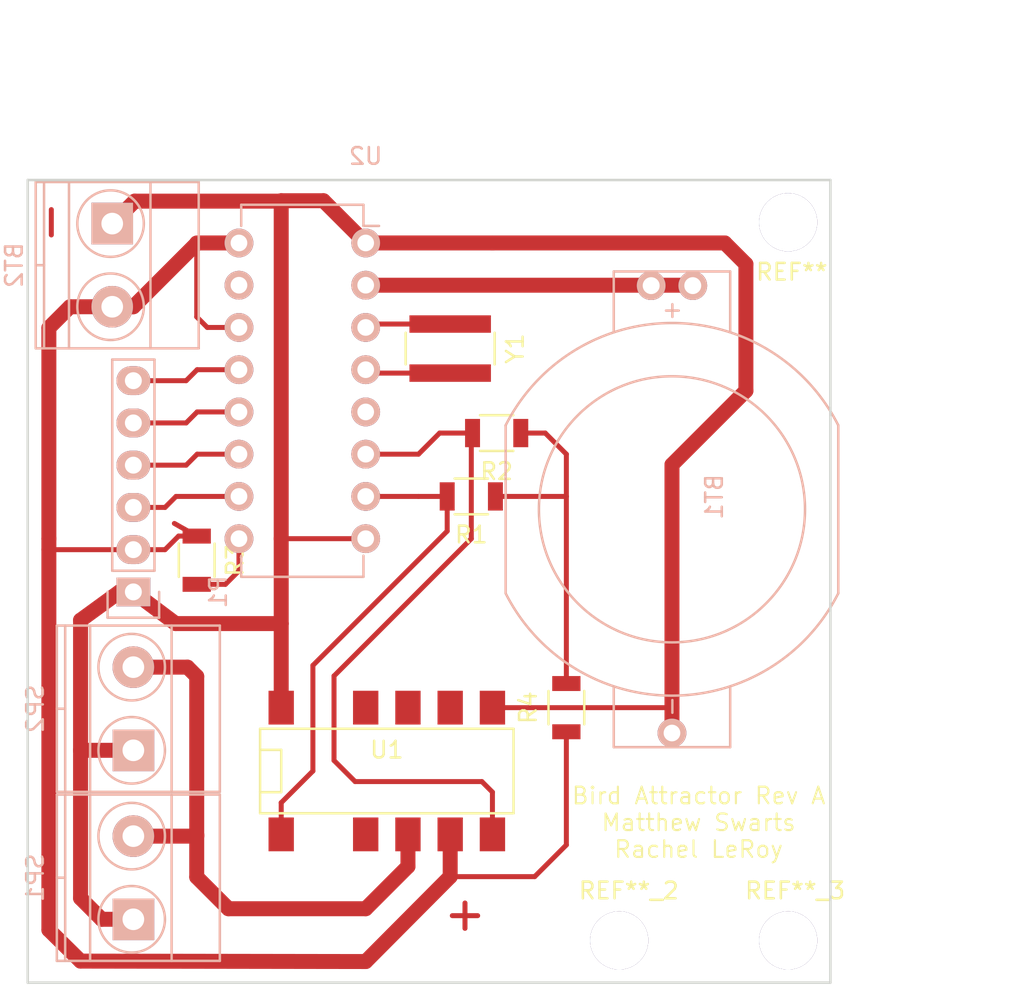
<source format=kicad_pcb>

(kicad_pcb
  (version 4)
  (host pcbnew 4.0.1-stable)
  (general
    (links 31)
    (no_connects 0)
    (area 137.084999 73.35 201.04 132.875)
    (thickness 1.6)
    (drawings 9)
    (tracks 109)
    (zones 0)
    (modules 15)
    (nets 21))
  (page USLetter)
  (title_block
    (title "Bird Attractor")
    (date 2016-01-30)
    (rev A)
    (company "MITTO DESIGN LLC")
    (comment 1 "Matthew Swarts")
    (comment 2 "Rachel LeRoy"))
  (layers
    (0 F.Cu signal)
    (31 B.Cu signal)
    (32 B.Adhes user)
    (33 F.Adhes user)
    (34 B.Paste user)
    (35 F.Paste user)
    (36 B.SilkS user)
    (37 F.SilkS user)
    (38 B.Mask user)
    (39 F.Mask user)
    (40 Dwgs.User user)
    (41 Cmts.User user)
    (42 Eco1.User user)
    (43 Eco2.User user)
    (44 Edge.Cuts user)
    (45 Margin user)
    (46 B.CrtYd user)
    (47 F.CrtYd user)
    (48 B.Fab user)
    (49 F.Fab user))
  (setup
    (last_trace_width 0.3)
    (user_trace_width 0.6)
    (user_trace_width 0.9)
    (trace_clearance 0.8)
    (zone_clearance 0.508)
    (zone_45_only no)
    (trace_min 0.2)
    (segment_width 0.2)
    (edge_width 0.15)
    (via_size 0.6)
    (via_drill 0.4)
    (via_min_size 0.4)
    (via_min_drill 0.3)
    (uvia_size 0.3)
    (uvia_drill 0.1)
    (uvias_allowed no)
    (uvia_min_size 0.2)
    (uvia_min_drill 0.1)
    (pcb_text_width 0.3)
    (pcb_text_size 1.5 1.5)
    (mod_edge_width 0.15)
    (mod_text_size 1 1)
    (mod_text_width 0.15)
    (pad_size 1.7272 1.7272)
    (pad_drill 1.016)
    (pad_to_mask_clearance 0.2)
    (aux_axis_origin 0 0)
    (visible_elements 7FFFFFFF)
    (pcbplotparams
      (layerselection 0x01020_00000001)
      (usegerberextensions false)
      (excludeedgelayer true)
      (linewidth 0.1)
      (plotframeref false)
      (viasonmask false)
      (mode 1)
      (useauxorigin false)
      (hpglpennumber 1)
      (hpglpenspeed 20)
      (hpglpendiameter 15)
      (hpglpenoverlay 2)
      (psnegative false)
      (psa4output false)
      (plotreference true)
      (plotvalue true)
      (plotinvisibletext false)
      (padsonsilk false)
      (subtractmaskfromsilk false)
      (outputformat 1)
      (mirror false)
      (drillshape 0)
      (scaleselection 1)
      (outputdirectory gerbers/)))
  (net 0 "")
  (net 1 GND)
  (net 2 "Net-(BT1-Pad1)")
  (net 3 +5V)
  (net 4 "Net-(P1-Pad3)")
  (net 5 "Net-(P1-Pad4)")
  (net 6 "Net-(P1-Pad5)")
  (net 7 "Net-(P1-Pad6)")
  (net 8 "Net-(R1-Pad2)")
  (net 9 "Net-(R2-Pad2)")
  (net 10 "Net-(R3-Pad2)")
  (net 11 LOAD)
  (net 12 "Net-(U1-Pad9)")
  (net 13 "Net-(U1-Pad8)")
  (net 14 "Net-(U1-Pad3)")
  (net 15 "Net-(U1-Pad10)")
  (net 16 "Net-(U2-Pad3)")
  (net 17 "Net-(U2-Pad4)")
  (net 18 "Net-(U2-Pad5)")
  (net 19 "Net-(U2-Pad15)")
  (net 20 "Net-(R1-Pad1)")
  (net_class Default "This is the default net class."
    (clearance 0.8)
    (trace_width 0.3)
    (via_dia 0.6)
    (via_drill 0.4)
    (uvia_dia 0.3)
    (uvia_drill 0.1)
    (add_net +5V)
    (add_net GND)
    (add_net LOAD)
    (add_net "Net-(BT1-Pad1)")
    (add_net "Net-(P1-Pad3)")
    (add_net "Net-(P1-Pad4)")
    (add_net "Net-(P1-Pad5)")
    (add_net "Net-(P1-Pad6)")
    (add_net "Net-(R1-Pad1)")
    (add_net "Net-(R1-Pad2)")
    (add_net "Net-(R2-Pad2)")
    (add_net "Net-(R3-Pad2)")
    (add_net "Net-(U1-Pad10)")
    (add_net "Net-(U1-Pad3)")
    (add_net "Net-(U1-Pad8)")
    (add_net "Net-(U1-Pad9)")
    (add_net "Net-(U2-Pad15)")
    (add_net "Net-(U2-Pad3)")
    (add_net "Net-(U2-Pad4)")
    (add_net "Net-(U2-Pad5)"))
  (module Socket_Strips:Socket_Strip_Straight_1x06
    (layer B.Cu)
    (tedit 56B0D677)
    (tstamp 56B93F19)
    (at 143.51 108.585 90)
    (descr "Through hole socket strip")
    (tags "socket strip")
    (path /56AD5E19)
    (fp_text reference P1
      (at 0 5.1 90)
      (layer B.SilkS)
      (effects
        (font
          (size 1 1)
          (thickness 0.15))
        (justify mirror)))
    (fp_text value CONN_01X06
      (at 0 3.1 90)
      (layer B.Fab)
      (effects
        (font
          (size 1 1)
          (thickness 0.15))
        (justify mirror)))
    (fp_line
      (start -1.75 1.75)
      (end -1.75 -1.75)
      (layer B.CrtYd)
      (width 0.05))
    (fp_line
      (start 14.45 1.75)
      (end 14.45 -1.75)
      (layer B.CrtYd)
      (width 0.05))
    (fp_line
      (start -1.75 1.75)
      (end 14.45 1.75)
      (layer B.CrtYd)
      (width 0.05))
    (fp_line
      (start -1.75 -1.75)
      (end 14.45 -1.75)
      (layer B.CrtYd)
      (width 0.05))
    (fp_line
      (start 1.27 -1.27)
      (end 13.97 -1.27)
      (layer B.SilkS)
      (width 0.15))
    (fp_line
      (start 13.97 -1.27)
      (end 13.97 1.27)
      (layer B.SilkS)
      (width 0.15))
    (fp_line
      (start 13.97 1.27)
      (end 1.27 1.27)
      (layer B.SilkS)
      (width 0.15))
    (fp_line
      (start -1.55 -1.55)
      (end 0 -1.55)
      (layer B.SilkS)
      (width 0.15))
    (fp_line
      (start 1.27 -1.27)
      (end 1.27 1.27)
      (layer B.SilkS)
      (width 0.15))
    (fp_line
      (start 0 1.55)
      (end -1.55 1.55)
      (layer B.SilkS)
      (width 0.15))
    (fp_line
      (start -1.55 1.55)
      (end -1.55 -1.55)
      (layer B.SilkS)
      (width 0.15))
    (pad 1 thru_hole rect
      (at 0 0 90)
      (size 1.7272 2.032)
      (drill 1.016)
      (layers *.Cu *.Mask B.SilkS)
      (net 1 GND))
    (pad 2 thru_hole oval
      (at 2.54 0 90)
      (size 1.7272 2.032)
      (drill 1.016)
      (layers *.Cu *.Mask B.SilkS)
      (net 3 +5V))
    (pad 3 thru_hole oval
      (at 5.08 0 90)
      (size 1.7272 2.032)
      (drill 1.016)
      (layers *.Cu *.Mask B.SilkS)
      (net 4 "Net-(P1-Pad3)"))
    (pad 4 thru_hole oval
      (at 7.62 0 90)
      (size 1.7272 2.032)
      (drill 1.016)
      (layers *.Cu *.Mask B.SilkS)
      (net 5 "Net-(P1-Pad4)"))
    (pad 5 thru_hole oval
      (at 10.16 0 90)
      (size 1.7272 2.032)
      (drill 1.016)
      (layers *.Cu *.Mask B.SilkS)
      (net 6 "Net-(P1-Pad5)"))
    (pad 6 thru_hole oval
      (at 12.7 0 90)
      (size 1.7272 2.032)
      (drill 1.016)
      (layers *.Cu *.Mask B.SilkS)
      (net 7 "Net-(P1-Pad6)"))
    (model Socket_Strips.3dshapes/Socket_Strip_Straight_1x06.wrl
      (at
        (xyz 0.25 0 0))
      (scale
        (xyz 1 1 1))
      (rotate
        (xyz 0 0 180))))
  (module Resistors_SMD:R_1206
    (layer F.Cu)
    (tedit 5415CFA7)
    (tstamp 56B93F25)
    (at 163.83 102.8446 180)
    (descr "Resistor SMD 1206, reflow soldering, Vishay (see dcrcw.pdf)")
    (tags "resistor 1206")
    (path /56ABEC73)
    (attr smd)
    (fp_text reference R1
      (at 0 -2.3 180)
      (layer F.SilkS)
      (effects
        (font
          (size 1 1)
          (thickness 0.15))))
    (fp_text value 1K
      (at 0 2.3 180)
      (layer F.Fab)
      (effects
        (font
          (size 1 1)
          (thickness 0.15))))
    (fp_line
      (start -2.2 -1.2)
      (end 2.2 -1.2)
      (layer F.CrtYd)
      (width 0.05))
    (fp_line
      (start -2.2 1.2)
      (end 2.2 1.2)
      (layer F.CrtYd)
      (width 0.05))
    (fp_line
      (start -2.2 -1.2)
      (end -2.2 1.2)
      (layer F.CrtYd)
      (width 0.05))
    (fp_line
      (start 2.2 -1.2)
      (end 2.2 1.2)
      (layer F.CrtYd)
      (width 0.05))
    (fp_line
      (start 1 1.075)
      (end -1 1.075)
      (layer F.SilkS)
      (width 0.15))
    (fp_line
      (start -1 -1.075)
      (end 1 -1.075)
      (layer F.SilkS)
      (width 0.15))
    (pad 1 smd rect
      (at -1.45 0 180)
      (size 0.9 1.7)
      (layers F.Cu F.Paste F.Mask)
      (net 20 "Net-(R1-Pad1)"))
    (pad 2 smd rect
      (at 1.45 0 180)
      (size 0.9 1.7)
      (layers F.Cu F.Paste F.Mask)
      (net 8 "Net-(R1-Pad2)"))
    (model Resistors_SMD.3dshapes/R_1206.wrl
      (at
        (xyz 0 0 0))
      (scale
        (xyz 1 1 1))
      (rotate
        (xyz 0 0 0))))
  (module Resistors_SMD:R_1206
    (layer F.Cu)
    (tedit 5415CFA7)
    (tstamp 56B93F31)
    (at 165.354 99.0346 180)
    (descr "Resistor SMD 1206, reflow soldering, Vishay (see dcrcw.pdf)")
    (tags "resistor 1206")
    (path /56ABECC2)
    (attr smd)
    (fp_text reference R2
      (at 0 -2.3 180)
      (layer F.SilkS)
      (effects
        (font
          (size 1 1)
          (thickness 0.15))))
    (fp_text value 1K
      (at 0 2.3 180)
      (layer F.Fab)
      (effects
        (font
          (size 1 1)
          (thickness 0.15))))
    (fp_line
      (start -2.2 -1.2)
      (end 2.2 -1.2)
      (layer F.CrtYd)
      (width 0.05))
    (fp_line
      (start -2.2 1.2)
      (end 2.2 1.2)
      (layer F.CrtYd)
      (width 0.05))
    (fp_line
      (start -2.2 -1.2)
      (end -2.2 1.2)
      (layer F.CrtYd)
      (width 0.05))
    (fp_line
      (start 2.2 -1.2)
      (end 2.2 1.2)
      (layer F.CrtYd)
      (width 0.05))
    (fp_line
      (start 1 1.075)
      (end -1 1.075)
      (layer F.SilkS)
      (width 0.15))
    (fp_line
      (start -1 -1.075)
      (end 1 -1.075)
      (layer F.SilkS)
      (width 0.15))
    (pad 1 smd rect
      (at -1.45 0 180)
      (size 0.9 1.7)
      (layers F.Cu F.Paste F.Mask)
      (net 20 "Net-(R1-Pad1)"))
    (pad 2 smd rect
      (at 1.45 0 180)
      (size 0.9 1.7)
      (layers F.Cu F.Paste F.Mask)
      (net 9 "Net-(R2-Pad2)"))
    (model Resistors_SMD.3dshapes/R_1206.wrl
      (at
        (xyz 0 0 0))
      (scale
        (xyz 1 1 1))
      (rotate
        (xyz 0 0 0))))
  (module Resistors_SMD:R_1206
    (layer F.Cu)
    (tedit 5415CFA7)
    (tstamp 56B93F3D)
    (at 147.32 106.68 270)
    (descr "Resistor SMD 1206, reflow soldering, Vishay (see dcrcw.pdf)")
    (tags "resistor 1206")
    (path /56AD5A39)
    (attr smd)
    (fp_text reference R3
      (at 0 -2.3 270)
      (layer F.SilkS)
      (effects
        (font
          (size 1 1)
          (thickness 0.15))))
    (fp_text value 1K
      (at 0 2.3 270)
      (layer F.Fab)
      (effects
        (font
          (size 1 1)
          (thickness 0.15))))
    (fp_line
      (start -2.2 -1.2)
      (end 2.2 -1.2)
      (layer F.CrtYd)
      (width 0.05))
    (fp_line
      (start -2.2 1.2)
      (end 2.2 1.2)
      (layer F.CrtYd)
      (width 0.05))
    (fp_line
      (start -2.2 -1.2)
      (end -2.2 1.2)
      (layer F.CrtYd)
      (width 0.05))
    (fp_line
      (start 2.2 -1.2)
      (end 2.2 1.2)
      (layer F.CrtYd)
      (width 0.05))
    (fp_line
      (start 1 1.075)
      (end -1 1.075)
      (layer F.SilkS)
      (width 0.15))
    (fp_line
      (start -1 -1.075)
      (end 1 -1.075)
      (layer F.SilkS)
      (width 0.15))
    (pad 1 smd rect
      (at -1.45 0 270)
      (size 0.9 1.7)
      (layers F.Cu F.Paste F.Mask)
      (net 3 +5V))
    (pad 2 smd rect
      (at 1.45 0 270)
      (size 0.9 1.7)
      (layers F.Cu F.Paste F.Mask)
      (net 10 "Net-(R3-Pad2)"))
    (model Resistors_SMD.3dshapes/R_1206.wrl
      (at
        (xyz 0 0 0))
      (scale
        (xyz 1 1 1))
      (rotate
        (xyz 0 0 0))))
  (module MyKiCadParts:DIP-12-SMD
    (layer F.Cu)
    (tedit 56AD2EFA)
    (tstamp 56B93F7A)
    (at 152.4 123.1646)
    (tags "smd ")
    (path /56AD22E7)
    (attr smd)
    (fp_text reference U1
      (at 6.35 -5.08)
      (layer F.SilkS)
      (effects
        (font
          (size 1 1)
          (thickness 0.15))))
    (fp_text value PR_Relay_V23079
      (at 6.35 -2.54)
      (layer F.Fab)
      (effects
        (font
          (size 1 1)
          (thickness 0.15))))
    (fp_line
      (start -1.27 -6.35)
      (end 13.97 -6.35)
      (layer F.SilkS)
      (width 0.15))
    (fp_line
      (start 13.97 -6.35)
      (end 13.97 -1.27)
      (layer F.SilkS)
      (width 0.15))
    (fp_line
      (start 13.97 -1.27)
      (end -1.27 -1.27)
      (layer F.SilkS)
      (width 0.15))
    (fp_line
      (start -1.27 -6.35)
      (end -1.27 -1.27)
      (layer F.SilkS)
      (width 0.15))
    (fp_line
      (start -1.27 -5.08)
      (end 0 -5.08)
      (layer F.SilkS)
      (width 0.15))
    (fp_line
      (start 0 -5.08)
      (end 0 -2.54)
      (layer F.SilkS)
      (width 0.15))
    (fp_line
      (start 0 -2.54)
      (end -1.27 -2.54)
      (layer F.SilkS)
      (width 0.15))
    (pad 9 smd rect
      (at 7.62 -7.62)
      (size 1.524 2.032)
      (layers F.Cu F.Paste F.Mask)
      (net 12 "Net-(U1-Pad9)"))
    (pad 8 smd rect
      (at 10.16 -7.62)
      (size 1.524 2.032)
      (layers F.Cu F.Paste F.Mask)
      (net 13 "Net-(U1-Pad8)"))
    (pad 7 smd rect
      (at 12.7 -7.62)
      (size 1.524 2.032)
      (layers F.Cu F.Paste F.Mask)
      (net 1 GND))
    (pad 6 smd rect
      (at 12.7 0)
      (size 1.524 2.032)
      (layers F.Cu F.Paste F.Mask)
      (net 9 "Net-(R2-Pad2)"))
    (pad 5 smd rect
      (at 10.16 0)
      (size 1.524 2.032)
      (layers F.Cu F.Paste F.Mask)
      (net 3 +5V))
    (pad 4 smd rect
      (at 7.62 0)
      (size 1.524 2.032)
      (layers F.Cu F.Paste F.Mask)
      (net 11 LOAD))
    (pad 1 smd rect
      (at 0 0)
      (size 1.524 2.032)
      (layers F.Cu F.Paste F.Mask)
      (net 8 "Net-(R1-Pad2)"))
    (pad 3 smd rect
      (at 5.08 0)
      (size 1.524 2.032)
      (layers F.Cu F.Paste F.Mask)
      (net 14 "Net-(U1-Pad3)"))
    (pad 10 smd rect
      (at 5.08 -7.62)
      (size 1.524 2.032)
      (layers F.Cu F.Paste F.Mask)
      (net 15 "Net-(U1-Pad10)"))
    (pad 12 smd rect
      (at 0 -7.62)
      (size 1.524 2.032)
      (layers F.Cu F.Paste F.Mask)
      (net 1 GND)))
  (module Housings_DIP:DIP-16_W7.62mm
    (layer B.Cu)
    (tedit 56B0D72C)
    (tstamp 56B93F99)
    (at 157.48 87.6046 180)
    (descr "16-lead dip package, row spacing 7.62 mm (300 mils)")
    (tags "dil dip 2.54 300")
    (path /56AD14B5)
    (fp_text reference U2
      (at 0 5.22 180)
      (layer B.SilkS)
      (effects
        (font
          (size 1 1)
          (thickness 0.15))
        (justify mirror)))
    (fp_text value DS1305
      (at 0 3.72 180)
      (layer B.Fab)
      (effects
        (font
          (size 1 1)
          (thickness 0.15))
        (justify mirror)))
    (fp_line
      (start -1.05 2.45)
      (end -1.05 -20.25)
      (layer B.CrtYd)
      (width 0.05))
    (fp_line
      (start 8.65 2.45)
      (end 8.65 -20.25)
      (layer B.CrtYd)
      (width 0.05))
    (fp_line
      (start -1.05 2.45)
      (end 8.65 2.45)
      (layer B.CrtYd)
      (width 0.05))
    (fp_line
      (start -1.05 -20.25)
      (end 8.65 -20.25)
      (layer B.CrtYd)
      (width 0.05))
    (fp_line
      (start 0.135 2.295)
      (end 0.135 1.025)
      (layer B.SilkS)
      (width 0.15))
    (fp_line
      (start 7.485 2.295)
      (end 7.485 1.025)
      (layer B.SilkS)
      (width 0.15))
    (fp_line
      (start 7.485 -20.075)
      (end 7.485 -18.805)
      (layer B.SilkS)
      (width 0.15))
    (fp_line
      (start 0.135 -20.075)
      (end 0.135 -18.805)
      (layer B.SilkS)
      (width 0.15))
    (fp_line
      (start 0.135 2.295)
      (end 7.485 2.295)
      (layer B.SilkS)
      (width 0.15))
    (fp_line
      (start 0.135 -20.075)
      (end 7.485 -20.075)
      (layer B.SilkS)
      (width 0.15))
    (fp_line
      (start 0.135 1.025)
      (end -0.8 1.025)
      (layer B.SilkS)
      (width 0.15))
    (pad 1 thru_hole oval
      (at 0 0 180)
      (size 1.7272 1.7272)
      (drill 1)
      (layers *.Cu *.Mask B.SilkS)
      (net 1 GND))
    (pad 2 thru_hole oval
      (at 0 -2.54 180)
      (size 1.7272 1.7272)
      (drill 1)
      (layers *.Cu *.Mask B.SilkS)
      (net 2 "Net-(BT1-Pad1)"))
    (pad 3 thru_hole oval
      (at 0 -5.08 180)
      (size 1.7272 1.7272)
      (drill 1)
      (layers *.Cu *.Mask B.SilkS)
      (net 16 "Net-(U2-Pad3)"))
    (pad 4 thru_hole oval
      (at 0 -7.62 180)
      (size 1.7272 1.7272)
      (drill 1)
      (layers *.Cu *.Mask B.SilkS)
      (net 17 "Net-(U2-Pad4)"))
    (pad 5 thru_hole oval
      (at 0 -10.16 180)
      (size 1.7272 1.7272)
      (drill 1)
      (layers *.Cu *.Mask B.SilkS)
      (net 18 "Net-(U2-Pad5)"))
    (pad 6 thru_hole oval
      (at 0 -12.7 180)
      (size 1.7272 1.7272)
      (drill 1)
      (layers *.Cu *.Mask B.SilkS)
      (net 9 "Net-(R2-Pad2)"))
    (pad 7 thru_hole oval
      (at 0 -15.24 180)
      (size 1.7272 1.7272)
      (drill 1)
      (layers *.Cu *.Mask B.SilkS)
      (net 8 "Net-(R1-Pad2)"))
    (pad 8 thru_hole oval
      (at 0 -17.78 180)
      (size 1.7272 1.7272)
      (drill 1)
      (layers *.Cu *.Mask B.SilkS)
      (net 1 GND))
    (pad 9 thru_hole oval
      (at 7.62 -17.78 180)
      (size 1.7272 1.7272)
      (drill 1)
      (layers *.Cu *.Mask B.SilkS)
      (net 10 "Net-(R3-Pad2)"))
    (pad 10 thru_hole oval
      (at 7.62 -15.24 180)
      (size 1.7272 1.7272)
      (drill 1)
      (layers *.Cu *.Mask B.SilkS)
      (net 4 "Net-(P1-Pad3)"))
    (pad 11 thru_hole oval
      (at 7.62 -12.7 180)
      (size 1.7272 1.7272)
      (drill 1)
      (layers *.Cu *.Mask B.SilkS)
      (net 5 "Net-(P1-Pad4)"))
    (pad 12 thru_hole oval
      (at 7.62 -10.16 180)
      (size 1.7272 1.7272)
      (drill 1)
      (layers *.Cu *.Mask B.SilkS)
      (net 6 "Net-(P1-Pad5)"))
    (pad 13 thru_hole oval
      (at 7.62 -7.62 180)
      (size 1.7272 1.7272)
      (drill 1)
      (layers *.Cu *.Mask B.SilkS)
      (net 7 "Net-(P1-Pad6)"))
    (pad 14 thru_hole oval
      (at 7.62 -5.08 180)
      (size 1.7272 1.7272)
      (drill 1)
      (layers *.Cu *.Mask B.SilkS)
      (net 3 +5V))
    (pad 15 thru_hole oval
      (at 7.62 -2.54 180)
      (size 1.7272 1.7272)
      (drill 1)
      (layers *.Cu *.Mask B.SilkS)
      (net 19 "Net-(U2-Pad15)"))
    (pad 16 thru_hole oval
      (at 7.62 0 180)
      (size 1.7272 1.7272)
      (drill 1)
      (layers *.Cu *.Mask B.SilkS)
      (net 3 +5V))
    (model Housings_DIP.3dshapes/DIP-16_W7.62mm.wrl
      (at
        (xyz 0 0 0))
      (scale
        (xyz 1 1 1))
      (rotate
        (xyz 0 0 0))))
  (module Resistors_SMD:R_1218
    (layer F.Cu)
    (tedit 5415D273)
    (tstamp 56B93FA5)
    (at 162.56 93.9546 270)
    (descr "Resistor SMD 1218, reflow soldering, Vishay (see dcrcw.pdf)")
    (tags "resistor 1218")
    (path /56ABECF7)
    (attr smd)
    (fp_text reference Y1
      (at 0 -3.9 270)
      (layer F.SilkS)
      (effects
        (font
          (size 1 1)
          (thickness 0.15))))
    (fp_text value Crystal_Small
      (at 0 3.9 270)
      (layer F.Fab)
      (effects
        (font
          (size 1 1)
          (thickness 0.15))))
    (fp_line
      (start -2.3 -2.8)
      (end 2.3 -2.8)
      (layer F.CrtYd)
      (width 0.05))
    (fp_line
      (start -2.3 2.8)
      (end 2.3 2.8)
      (layer F.CrtYd)
      (width 0.05))
    (fp_line
      (start -2.3 -2.8)
      (end -2.3 2.8)
      (layer F.CrtYd)
      (width 0.05))
    (fp_line
      (start 2.3 -2.8)
      (end 2.3 2.8)
      (layer F.CrtYd)
      (width 0.05))
    (fp_line
      (start 0.95 2.675)
      (end -0.95 2.675)
      (layer F.SilkS)
      (width 0.15))
    (fp_line
      (start -0.95 -2.675)
      (end 0.95 -2.675)
      (layer F.SilkS)
      (width 0.15))
    (pad 1 smd rect
      (at -1.475 0 270)
      (size 1.05 4.9)
      (layers F.Cu F.Paste F.Mask)
      (net 16 "Net-(U2-Pad3)"))
    (pad 2 smd rect
      (at 1.475 0 270)
      (size 1.05 4.9)
      (layers F.Cu F.Paste F.Mask)
      (net 17 "Net-(U2-Pad4)"))
    (model Resistors_SMD.3dshapes/R_1218.wrl
      (at
        (xyz 0 0 0))
      (scale
        (xyz 1 1 1))
      (rotate
        (xyz 0 0 0))))
  (module Resistors_SMD:R_1206
    (layer F.Cu)
    (tedit 5415CFA7)
    (tstamp 56BB0A48)
    (at 169.545 115.5446 90)
    (descr "Resistor SMD 1206, reflow soldering, Vishay (see dcrcw.pdf)")
    (tags "resistor 1206")
    (path /56AD833E)
    (attr smd)
    (fp_text reference R4
      (at 0 -2.3 90)
      (layer F.SilkS)
      (effects
        (font
          (size 1 1)
          (thickness 0.15))))
    (fp_text value 0
      (at 0 2.3 90)
      (layer F.Fab)
      (effects
        (font
          (size 1 1)
          (thickness 0.15))))
    (fp_line
      (start -2.2 -1.2)
      (end 2.2 -1.2)
      (layer F.CrtYd)
      (width 0.05))
    (fp_line
      (start -2.2 1.2)
      (end 2.2 1.2)
      (layer F.CrtYd)
      (width 0.05))
    (fp_line
      (start -2.2 -1.2)
      (end -2.2 1.2)
      (layer F.CrtYd)
      (width 0.05))
    (fp_line
      (start 2.2 -1.2)
      (end 2.2 1.2)
      (layer F.CrtYd)
      (width 0.05))
    (fp_line
      (start 1 1.075)
      (end -1 1.075)
      (layer F.SilkS)
      (width 0.15))
    (fp_line
      (start -1 -1.075)
      (end 1 -1.075)
      (layer F.SilkS)
      (width 0.15))
    (pad 1 smd rect
      (at -1.45 0 90)
      (size 0.9 1.7)
      (layers F.Cu F.Paste F.Mask)
      (net 3 +5V))
    (pad 2 smd rect
      (at 1.45 0 90)
      (size 0.9 1.7)
      (layers F.Cu F.Paste F.Mask)
      (net 20 "Net-(R1-Pad1)"))
    (model Resistors_SMD.3dshapes/R_1206.wrl
      (at
        (xyz 0 0 0))
      (scale
        (xyz 1 1 1))
      (rotate
        (xyz 0 0 0))))
  (module MyKiCadParts:BU2032-1-HD-G
    (layer B.Cu)
    (tedit 56B0D772)
    (tstamp 56B93EF1)
    (at 175.895 90.17 270)
    (tags "coin cell, battery holder")
    (path /56ABED42)
    (fp_text reference BT1
      (at 12.7 -2.54 270)
      (layer B.SilkS)
      (effects
        (font
          (size 1 1)
          (thickness 0.15))
        (justify mirror)))
    (fp_text value "3V Battery"
      (at 12.7 2.54 270)
      (layer B.Fab)
      (effects
        (font
          (size 1 1)
          (thickness 0.15))
        (justify mirror)))
    (fp_text user -
      (at 25.3 0.05 270)
      (layer B.SilkS)
      (effects
        (font
          (size 1 1)
          (thickness 0.15))
        (justify mirror)))
    (fp_text user +
      (at 1.5 0.05 270)
      (layer B.SilkS)
      (effects
        (font
          (size 1 1)
          (thickness 0.15))
        (justify mirror)))
    (fp_line
      (start -0.85 -3.5)
      (end 2.8 -3.5)
      (layer B.SilkS)
      (width 0.15))
    (fp_line
      (start -0.85 3.5)
      (end 2.8 3.5)
      (layer B.SilkS)
      (width 0.15))
    (fp_line
      (start 27.75 -3.5)
      (end 24.1 -3.5)
      (layer B.SilkS)
      (width 0.15))
    (fp_line
      (start 27.75 3.5)
      (end 24.1 3.5)
      (layer B.SilkS)
      (width 0.15))
    (fp_line
      (start 18.5 10)
      (end 8.4 10)
      (layer B.SilkS)
      (width 0.15))
    (fp_line
      (start 18.5 -10)
      (end 8.4 -10)
      (layer B.SilkS)
      (width 0.15))
    (fp_line
      (start 27.75 3.5)
      (end 27.75 -3.5)
      (layer B.SilkS)
      (width 0.15))
    (fp_line
      (start -0.85 -3.5)
      (end -0.85 3.5)
      (layer B.SilkS)
      (width 0.15))
    (fp_arc
      (start 13.45 0)
      (end 8.4 -10)
      (angle -126.5)
      (layer B.SilkS)
      (width 0.15))
    (fp_arc
      (start 13.45 0)
      (end 18.5 10)
      (angle -126.5)
      (layer B.SilkS)
      (width 0.15))
    (fp_circle
      (center 13.45 0)
      (end 21.45 0)
      (layer B.SilkS)
      (width 0.15))
    (pad 2 thru_hole circle
      (at 26.9 0 270)
      (size 1.7272 1.7272)
      (drill 1)
      (layers *.Cu *.Mask B.SilkS)
      (net 1 GND))
    (pad 1 thru_hole circle
      (at 0 1.25 270)
      (size 1.7272 1.7272)
      (drill 1.016)
      (layers *.Cu *.Mask B.SilkS)
      (net 2 "Net-(BT1-Pad1)"))
    (pad 1 thru_hole oval
      (at 0 -1.25 270)
      (size 1.7272 1.7272)
      (drill 1.016)
      (layers *.Cu *.Mask B.SilkS)
      (net 2 "Net-(BT1-Pad1)")))
  (module MyKiCadParts:MountingHole_3-2mm_Dia
    (layer F.Cu)
    (tedit 56AD6723)
    (tstamp 56BE91A9)
    (at 182.88 129.54)
    (descr "Mounting hole, Befestigungsbohrung, 3,5mm, No Annular, Kein Restring,")
    (tags "Mounting hole, Befestigungsbohrung, 3,5mm, No Annular, Kein Restring,")
    (fp_text reference REF**_3
      (at 0.42 -2.99)
      (layer F.SilkS)
      (effects
        (font
          (size 1 1)
          (thickness 0.15))))
    (fp_text value 3.2mm_Dia
      (at -0.98 1.71)
      (layer F.Fab)
      (effects
        (font
          (size 1 1)
          (thickness 0.15))))
    (fp_circle
      (center 0 0)
      (end 1.6 0)
      (layer Cmts.User)
      (width 0.381))
    (pad 1 thru_hole circle
      (at 0 0)
      (size 3.5 3.5)
      (drill 3.5)))
  (module MyKiCadParts:MountingHole_3-2mm_Dia
    (layer F.Cu)
    (tedit 56AD6720)
    (tstamp 56BE91B4)
    (at 172.72 129.54)
    (descr "Mounting hole, Befestigungsbohrung, 3,5mm, No Annular, Kein Restring,")
    (tags "Mounting hole, Befestigungsbohrung, 3,5mm, No Annular, Kein Restring,")
    (fp_text reference REF**_2
      (at 0.58 -2.99)
      (layer F.SilkS)
      (effects
        (font
          (size 1 1)
          (thickness 0.15))))
    (fp_text value 3.2mm_Dia
      (at -0.77 1.76)
      (layer F.Fab)
      (effects
        (font
          (size 1 1)
          (thickness 0.15))))
    (fp_circle
      (center 0 0)
      (end 1.6 0)
      (layer Cmts.User)
      (width 0.381))
    (pad 1 thru_hole circle
      (at 0 0)
      (size 3.5 3.5)
      (drill 3.5)))
  (module MyKiCadParts:MountingHole_3-2mm_Dia
    (layer F.Cu)
    (tedit 56AD6729)
    (tstamp 56BE91BF)
    (at 182.88 86.36)
    (descr "Mounting hole, Befestigungsbohrung, 3,5mm, No Annular, Kein Restring,")
    (tags "Mounting hole, Befestigungsbohrung, 3,5mm, No Annular, Kein Restring,")
    (fp_text reference REF**
      (at 0.22 2.99)
      (layer F.SilkS)
      (effects
        (font
          (size 1 1)
          (thickness 0.15))))
    (fp_text value 3.2mm_Dia
      (at -6.43 -0.31)
      (layer F.Fab)
      (effects
        (font
          (size 1 1)
          (thickness 0.15))))
    (fp_circle
      (center 0 0)
      (end 1.6 0)
      (layer Cmts.User)
      (width 0.381))
    (pad 1 thru_hole circle
      (at 0 0)
      (size 3.5 3.5)
      (drill 3.5)))
  (module Terminal_Blocks:TerminalBlock_Pheonix_MKDS1.5-2pol
    (layer B.Cu)
    (tedit 5630070000.0)
    (tstamp 56B93F63)
    (at 143.51 118.11 90)
    (descr "2-way 5mm pitch terminal block, Phoenix MKDS series")
    (path /56AD6B8E)
    (fp_text reference SP2
      (at 2.5 -5.9 90)
      (layer B.SilkS)
      (effects
        (font
          (size 1 1)
          (thickness 0.15))
        (justify mirror)))
    (fp_text value SPEAKER
      (at 2.5 6.6 90)
      (layer B.Fab)
      (effects
        (font
          (size 1 1)
          (thickness 0.15))
        (justify mirror)))
    (fp_line
      (start -2.7 5.4)
      (end 7.7 5.4)
      (layer B.CrtYd)
      (width 0.05))
    (fp_line
      (start -2.7 -4.8)
      (end -2.7 5.4)
      (layer B.CrtYd)
      (width 0.05))
    (fp_line
      (start 7.7 -4.8)
      (end -2.7 -4.8)
      (layer B.CrtYd)
      (width 0.05))
    (fp_line
      (start 7.7 5.4)
      (end 7.7 -4.8)
      (layer B.CrtYd)
      (width 0.05))
    (fp_line
      (start 2.5 -4.1)
      (end 2.5 -4.6)
      (layer B.SilkS)
      (width 0.15))
    (fp_line
      (start -2.5 -2.6)
      (end 7.5 -2.6)
      (layer B.SilkS)
      (width 0.15))
    (fp_line
      (start -2.5 2.3)
      (end 7.5 2.3)
      (layer B.SilkS)
      (width 0.15))
    (fp_line
      (start -2.5 -4.1)
      (end 7.5 -4.1)
      (layer B.SilkS)
      (width 0.15))
    (fp_line
      (start -2.5 -4.6)
      (end 7.5 -4.6)
      (layer B.SilkS)
      (width 0.15))
    (fp_line
      (start 7.5 -4.6)
      (end 7.5 5.2)
      (layer B.SilkS)
      (width 0.15))
    (fp_line
      (start 7.5 5.2)
      (end -2.5 5.2)
      (layer B.SilkS)
      (width 0.15))
    (fp_line
      (start -2.5 5.2)
      (end -2.5 -4.6)
      (layer B.SilkS)
      (width 0.15))
    (fp_circle
      (center 5 -0.1)
      (end 3 -0.1)
      (layer B.SilkS)
      (width 0.15))
    (fp_circle
      (center 0 -0.1)
      (end 2 -0.1)
      (layer B.SilkS)
      (width 0.15))
    (pad 1 thru_hole rect
      (at 0 0 90)
      (size 2.5 2.5)
      (drill 1.3)
      (layers *.Cu *.Mask B.SilkS)
      (net 1 GND))
    (pad 2 thru_hole circle
      (at 5 0 90)
      (size 2.5 2.5)
      (drill 1.3)
      (layers *.Cu *.Mask B.SilkS)
      (net 11 LOAD))
    (model Terminal_Blocks.3dshapes/TerminalBlock_Pheonix_MKDS1.5-2pol.wrl
      (at
        (xyz 0.0984 0 0))
      (scale
        (xyz 1 1 1))
      (rotate
        (xyz 0 0 0))))
  (module Terminal_Blocks:TerminalBlock_Pheonix_MKDS1.5-2pol
    (layer B.Cu)
    (tedit 5630070000.0)
    (tstamp 56B93F50)
    (at 143.51 128.27 90)
    (descr "2-way 5mm pitch terminal block, Phoenix MKDS series")
    (path /56AD4AF9)
    (fp_text reference SP1
      (at 2.5 -5.9 90)
      (layer B.SilkS)
      (effects
        (font
          (size 1 1)
          (thickness 0.15))
        (justify mirror)))
    (fp_text value SPEAKER
      (at 2.5 6.6 90)
      (layer B.Fab)
      (effects
        (font
          (size 1 1)
          (thickness 0.15))
        (justify mirror)))
    (fp_line
      (start -2.7 5.4)
      (end 7.7 5.4)
      (layer B.CrtYd)
      (width 0.05))
    (fp_line
      (start -2.7 -4.8)
      (end -2.7 5.4)
      (layer B.CrtYd)
      (width 0.05))
    (fp_line
      (start 7.7 -4.8)
      (end -2.7 -4.8)
      (layer B.CrtYd)
      (width 0.05))
    (fp_line
      (start 7.7 5.4)
      (end 7.7 -4.8)
      (layer B.CrtYd)
      (width 0.05))
    (fp_line
      (start 2.5 -4.1)
      (end 2.5 -4.6)
      (layer B.SilkS)
      (width 0.15))
    (fp_line
      (start -2.5 -2.6)
      (end 7.5 -2.6)
      (layer B.SilkS)
      (width 0.15))
    (fp_line
      (start -2.5 2.3)
      (end 7.5 2.3)
      (layer B.SilkS)
      (width 0.15))
    (fp_line
      (start -2.5 -4.1)
      (end 7.5 -4.1)
      (layer B.SilkS)
      (width 0.15))
    (fp_line
      (start -2.5 -4.6)
      (end 7.5 -4.6)
      (layer B.SilkS)
      (width 0.15))
    (fp_line
      (start 7.5 -4.6)
      (end 7.5 5.2)
      (layer B.SilkS)
      (width 0.15))
    (fp_line
      (start 7.5 5.2)
      (end -2.5 5.2)
      (layer B.SilkS)
      (width 0.15))
    (fp_line
      (start -2.5 5.2)
      (end -2.5 -4.6)
      (layer B.SilkS)
      (width 0.15))
    (fp_circle
      (center 5 -0.1)
      (end 3 -0.1)
      (layer B.SilkS)
      (width 0.15))
    (fp_circle
      (center 0 -0.1)
      (end 2 -0.1)
      (layer B.SilkS)
      (width 0.15))
    (pad 1 thru_hole rect
      (at 0 0 90)
      (size 2.5 2.5)
      (drill 1.3)
      (layers *.Cu *.Mask B.SilkS)
      (net 1 GND))
    (pad 2 thru_hole circle
      (at 5 0 90)
      (size 2.5 2.5)
      (drill 1.3)
      (layers *.Cu *.Mask B.SilkS)
      (net 11 LOAD))
    (model Terminal_Blocks.3dshapes/TerminalBlock_Pheonix_MKDS1.5-2pol.wrl
      (at
        (xyz 0.0984 0 0))
      (scale
        (xyz 1 1 1))
      (rotate
        (xyz 0 0 0))))
  (module Terminal_Blocks:TerminalBlock_Pheonix_MKDS1.5-2pol
    (layer B.Cu)
    (tedit 56B0D657)
    (tstamp 56B93F04)
    (at 142.24 91.44 90)
    (descr "2-way 5mm pitch terminal block, Phoenix MKDS series")
    (path /56AD4ABE)
    (fp_text reference BT2
      (at 2.5 -5.9 90)
      (layer B.SilkS)
      (effects
        (font
          (size 1 1)
          (thickness 0.15))
        (justify mirror)))
    (fp_text value "5V Battery"
      (at 2.5 6.6 90)
      (layer B.Fab)
      (effects
        (font
          (size 1 1)
          (thickness 0.15))
        (justify mirror)))
    (fp_line
      (start -2.7 5.4)
      (end 7.7 5.4)
      (layer B.CrtYd)
      (width 0.05))
    (fp_line
      (start -2.7 -4.8)
      (end -2.7 5.4)
      (layer B.CrtYd)
      (width 0.05))
    (fp_line
      (start 7.7 -4.8)
      (end -2.7 -4.8)
      (layer B.CrtYd)
      (width 0.05))
    (fp_line
      (start 7.7 5.4)
      (end 7.7 -4.8)
      (layer B.CrtYd)
      (width 0.05))
    (fp_line
      (start 2.5 -4.1)
      (end 2.5 -4.6)
      (layer B.SilkS)
      (width 0.15))
    (fp_line
      (start -2.5 -2.6)
      (end 7.5 -2.6)
      (layer B.SilkS)
      (width 0.15))
    (fp_line
      (start -2.5 2.3)
      (end 7.5 2.3)
      (layer B.SilkS)
      (width 0.15))
    (fp_line
      (start -2.5 -4.1)
      (end 7.5 -4.1)
      (layer B.SilkS)
      (width 0.15))
    (fp_line
      (start -2.5 -4.6)
      (end 7.5 -4.6)
      (layer B.SilkS)
      (width 0.15))
    (fp_line
      (start 7.5 -4.6)
      (end 7.5 5.2)
      (layer B.SilkS)
      (width 0.15))
    (fp_line
      (start 7.5 5.2)
      (end -2.5 5.2)
      (layer B.SilkS)
      (width 0.15))
    (fp_line
      (start -2.5 5.2)
      (end -2.5 -4.6)
      (layer B.SilkS)
      (width 0.15))
    (fp_circle
      (center 5 -0.1)
      (end 3 -0.1)
      (layer B.SilkS)
      (width 0.15))
    (fp_circle
      (center 0 -0.1)
      (end 2 -0.1)
      (layer B.SilkS)
      (width 0.15))
    (pad 1 thru_hole oval
      (at 0 0 90)
      (size 2.5 2.5)
      (drill 1.3)
      (layers *.Cu *.Mask B.SilkS)
      (net 3 +5V))
    (pad 2 thru_hole rect
      (at 5 0 90)
      (size 2.5 2.5)
      (drill 1.3)
      (layers *.Cu *.Mask B.SilkS)
      (net 1 GND))
    (model Terminal_Blocks.3dshapes/TerminalBlock_Pheonix_MKDS1.5-2pol.wrl
      (at
        (xyz 0.0984 0 0))
      (scale
        (xyz 1 1 1))
      (rotate
        (xyz 0 0 0))))
  (dimension 48.26
    (width 0.3)
    (layer Cmts.User)
    (gr_text "48.260 mm"
      (at 161.29 74.85)
      (layer Cmts.User)
      (effects
        (font
          (size 1.5 1.5)
          (thickness 0.3))))
    (feature1
      (pts
        (xy 185.42 83.82)
        (xy 185.42 73.5)))
    (feature2
      (pts
        (xy 137.16 83.82)
        (xy 137.16 73.5)))
    (crossbar
      (pts
        (xy 137.16 76.2)
        (xy 185.42 76.2)))
    (arrow1a
      (pts
        (xy 185.42 76.2)
        (xy 184.293496 76.786421)))
    (arrow1b
      (pts
        (xy 185.42 76.2)
        (xy 184.293496 75.613579)))
    (arrow2a
      (pts
        (xy 137.16 76.2)
        (xy 138.286504 76.786421)))
    (arrow2b
      (pts
        (xy 137.16 76.2)
        (xy 138.286504 75.613579))))
  (dimension 48.26
    (width 0.3)
    (layer Cmts.User)
    (gr_text "48.260 mm"
      (at 194.39 107.95 270)
      (layer Cmts.User)
      (effects
        (font
          (size 1.5 1.5)
          (thickness 0.3))))
    (feature1
      (pts
        (xy 185.42 132.08)
        (xy 195.74 132.08)))
    (feature2
      (pts
        (xy 185.42 83.82)
        (xy 195.74 83.82)))
    (crossbar
      (pts
        (xy 193.04 83.82)
        (xy 193.04 132.08)))
    (arrow1a
      (pts
        (xy 193.04 132.08)
        (xy 192.453579 130.953496)))
    (arrow1b
      (pts
        (xy 193.04 132.08)
        (xy 193.626421 130.953496)))
    (arrow2a
      (pts
        (xy 193.04 83.82)
        (xy 192.453579 84.946504)))
    (arrow2b
      (pts
        (xy 193.04 83.82)
        (xy 193.626421 84.946504))))
  (gr_text +
    (at 163.45 127.9046)
    (layer F.Cu)
    (effects
      (font
        (size 2 2)
        (thickness 0.3))))
  (gr_text "Bird Attractor Rev A\nMatthew Swarts\nRachel LeRoy"
    (at 177.5 122.45)
    (layer F.SilkS)
    (effects
      (font
        (size 1 1)
        (thickness 0.125))))
  (gr_text -
    (at 138.43 86.36 90)
    (layer F.Cu)
    (effects
      (font
        (size 2 2)
        (thickness 0.3))))
  (gr_line
    (start 137.16 83.82)
    (end 185.42 83.82)
    (angle 90)
    (layer Edge.Cuts)
    (width 0.15))
  (gr_line
    (start 137.16 132.08)
    (end 185.42 132.08)
    (angle 90)
    (layer Edge.Cuts)
    (width 0.15))
  (gr_line
    (start 185.42 83.82)
    (end 185.42 132.08)
    (angle 90)
    (layer Edge.Cuts)
    (width 0.15))
  (gr_line
    (start 137.16 83.82)
    (end 137.16 132.08)
    (angle 90)
    (layer Edge.Cuts)
    (width 0.15))
  (segment
    (start 143.51 108.585)
    (end 146.05 110.49)
    (width 0.9)
    (layer F.Cu)
    (net 1)
    (status 10))
  (segment
    (start 146.05 110.49)
    (end 152.4 110.49)
    (width 0.9)
    (layer F.Cu)
    (net 1)
    (tstamp 56BB545F))
  (segment
    (start 143.51 118.11)
    (end 140.335 118.11)
    (width 0.9)
    (layer F.Cu)
    (net 1))
  (segment
    (start 143.51 108.585)
    (end 142.670002 108.585)
    (width 0.9)
    (layer F.Cu)
    (net 1)
    (status 30))
  (segment
    (start 142.670002 108.585)
    (end 140.335 110.285002)
    (width 0.9)
    (layer F.Cu)
    (net 1)
    (tstamp 56BB5454)
    (status 10))
  (segment
    (start 140.335 110.285002)
    (end 140.335 118.11)
    (width 0.9)
    (layer F.Cu)
    (net 1)
    (tstamp 56BB5455))
  (segment
    (start 140.335 118.11)
    (end 140.335 127)
    (width 0.9)
    (layer F.Cu)
    (net 1)
    (tstamp 56BB545C))
  (segment
    (start 140.335 127)
    (end 141.605 128.27)
    (width 0.9)
    (layer F.Cu)
    (net 1)
    (tstamp 56BB5456))
  (segment
    (start 141.605 128.27)
    (end 143.51 128.27)
    (width 0.9)
    (layer F.Cu)
    (net 1)
    (tstamp 56BB5457))
  (segment
    (start 152.4 85.09)
    (end 143.59 85.09)
    (width 0.9)
    (layer F.Cu)
    (net 1))
  (segment
    (start 143.59 85.09)
    (end 142.24 86.44)
    (width 0.9)
    (layer F.Cu)
    (net 1)
    (tstamp 56BB5435))
  (segment
    (start 165.1 115.5446)
    (end 175.895 115.5446)
    (width 0.3)
    (layer F.Cu)
    (net 1))
  (segment
    (start 152.4 115.5446)
    (end 152.4 110.49)
    (width 0.9)
    (layer F.Cu)
    (net 1))
  (segment
    (start 152.4 110.49)
    (end 152.4 105.3846)
    (width 0.9)
    (layer F.Cu)
    (net 1)
    (tstamp 56BB5462))
  (segment
    (start 175.895 117.0446)
    (end 175.895 115.5446)
    (width 0.9)
    (layer F.Cu)
    (net 1))
  (segment
    (start 175.895 115.5446)
    (end 175.895 114.9096)
    (width 0.9)
    (layer F.Cu)
    (net 1)
    (tstamp 56BCD192))
  (segment
    (start 175.895 114.9096)
    (end 175.895 100.9396)
    (width 0.9)
    (layer F.Cu)
    (net 1)
    (tstamp 56BCD0A5))
  (segment
    (start 165.1 87.6046)
    (end 157.48 87.6046)
    (width 0.9)
    (layer F.Cu)
    (net 1))
  (segment
    (start 179.07 87.6046)
    (end 165.1 87.6046)
    (width 0.9)
    (layer F.Cu)
    (net 1)
    (tstamp 56BCD0A0))
  (segment
    (start 180.34 88.8746)
    (end 179.07 87.6046)
    (width 0.9)
    (layer F.Cu)
    (net 1)
    (tstamp 56BCD09F))
  (segment
    (start 180.34 96.4946)
    (end 180.34 88.8746)
    (width 0.9)
    (layer F.Cu)
    (net 1)
    (tstamp 56BCD09D))
  (segment
    (start 175.895 100.9396)
    (end 180.34 96.4946)
    (width 0.9)
    (layer F.Cu)
    (net 1)
    (tstamp 56BCD09B))
  (segment
    (start 157.48 105.3846)
    (end 152.4 105.3846)
    (width 0.3)
    (layer F.Cu)
    (net 1))
  (segment
    (start 152.4 105.3846)
    (end 152.4 85.09)
    (width 0.9)
    (layer F.Cu)
    (net 1)
    (tstamp 56B94728))
  (segment
    (start 152.4 85.09)
    (end 152.4 85.0646)
    (width 0.9)
    (layer F.Cu)
    (net 1)
    (tstamp 56BB5433))
  (segment
    (start 152.4 85.0646)
    (end 154.94 85.0646)
    (width 0.9)
    (layer F.Cu)
    (net 1)
    (tstamp 56B9470D))
  (segment
    (start 154.94 85.0646)
    (end 157.48 87.6046)
    (width 0.9)
    (layer F.Cu)
    (net 1)
    (tstamp 56B943A5))
  (segment
    (start 174.645 90.1446)
    (end 177.145 90.1446)
    (width 0.9)
    (layer F.Cu)
    (net 2)
    (status 30))
  (segment
    (start 157.48 90.1446)
    (end 174.645 90.1446)
    (width 0.9)
    (layer F.Cu)
    (net 2)
    (status 20))
  (segment
    (start 143.51 106.045)
    (end 138.43 106.045)
    (width 0.3)
    (layer F.Cu)
    (net 3))
  (segment
    (start 143.51 106.045)
    (end 145.415 106.045)
    (width 0.3)
    (layer F.Cu)
    (net 3))
  (segment
    (start 146.23 105.23)
    (end 147.32 105.23)
    (width 0.3)
    (layer F.Cu)
    (net 3)
    (tstamp 56BB54B2))
  (segment
    (start 145.415 106.045)
    (end 146.23 105.23)
    (width 0.3)
    (layer F.Cu)
    (net 3)
    (tstamp 56BB54B1))
  (segment
    (start 142.24 91.44)
    (end 139.7 91.44)
    (width 0.9)
    (layer F.Cu)
    (net 3))
  (segment
    (start 138.43 92.71)
    (end 138.43 105.3846)
    (width 0.9)
    (layer F.Cu)
    (net 3)
    (tstamp 56BB543E))
  (segment
    (start 139.7 91.44)
    (end 138.43 92.71)
    (width 0.9)
    (layer F.Cu)
    (net 3)
    (tstamp 56BB543D))
  (segment
    (start 147.32 87.63)
    (end 143.51 91.44)
    (width 0.9)
    (layer F.Cu)
    (net 3))
  (segment
    (start 143.51 91.44)
    (end 142.24 91.44)
    (width 0.9)
    (layer F.Cu)
    (net 3)
    (tstamp 56BB543A))
  (segment
    (start 145.976 104.468)
    (end 147.32 105.23)
    (width 0.3)
    (layer F.Cu)
    (net 3)
    (tstamp 56BB5417)
    (status 20))
  (segment
    (start 162.56 125.7046)
    (end 167.64 125.7046)
    (width 0.3)
    (layer F.Cu)
    (net 3))
  (segment
    (start 169.545 123.7996)
    (end 169.545 116.9946)
    (width 0.3)
    (layer F.Cu)
    (net 3)
    (tstamp 56BCD196))
  (segment
    (start 167.64 125.7046)
    (end 169.545 123.7996)
    (width 0.3)
    (layer F.Cu)
    (net 3)
    (tstamp 56BCD194))
  (segment
    (start 162.56 123.1646)
    (end 162.56 125.7046)
    (width 0.9)
    (layer F.Cu)
    (net 3))
  (segment
    (start 140.335 130.7846)
    (end 157.48 130.81)
    (width 0.9)
    (layer F.Cu)
    (net 3))
  (segment
    (start 140.335 130.7846)
    (end 138.43 128.905)
    (width 0.9)
    (layer F.Cu)
    (net 3)
    (tstamp 56B9458B))
  (segment
    (start 138.43 106.045)
    (end 138.43 128.905)
    (width 0.9)
    (layer F.Cu)
    (net 3)
    (tstamp 56BB54B7))
  (segment
    (start 157.48 130.81)
    (end 162.56 125.7046)
    (width 0.9)
    (layer F.Cu)
    (net 3)
    (tstamp 56B9474D))
  (segment
    (start 138.43 105.3846)
    (end 138.43 106.045)
    (width 0.9)
    (layer F.Cu)
    (net 3)
    (tstamp 56B9458C))
  (segment
    (start 147.32 87.6046)
    (end 147.32 87.63)
    (width 0.3)
    (layer F.Cu)
    (net 3))
  (segment
    (start 147.32 87.63)
    (end 147.32 92.0496)
    (width 0.3)
    (layer F.Cu)
    (net 3)
    (tstamp 56BB5438))
  (segment
    (start 147.955 92.6846)
    (end 149.86 92.6846)
    (width 0.3)
    (layer F.Cu)
    (net 3)
    (tstamp 56B94706))
  (segment
    (start 147.32 92.0496)
    (end 147.955 92.6846)
    (width 0.3)
    (layer F.Cu)
    (net 3)
    (tstamp 56B94705))
  (segment
    (start 138.43 105.3846)
    (end 138.557 105.3846)
    (width 0.3)
    (layer F.Cu)
    (net 3)
    (tstamp 56B946F3))
  (segment
    (start 138.557 105.3846)
    (end 138.43 105.3846)
    (width 0.3)
    (layer F.Cu)
    (net 3)
    (tstamp 56B946F5))
  (segment
    (start 147.32 87.6046)
    (end 149.86 87.6046)
    (width 0.9)
    (layer F.Cu)
    (net 3)
    (tstamp 56B94703))
  (segment
    (start 143.51 103.505)
    (end 145.415 103.505)
    (width 0.3)
    (layer F.Cu)
    (net 4)
    (status 400000))
  (segment
    (start 146.0754 102.8446)
    (end 149.86 102.8446)
    (width 0.3)
    (layer F.Cu)
    (net 4)
    (tstamp 56BB54D1)
    (status 800000))
  (segment
    (start 145.415 103.505)
    (end 146.0754 102.8446)
    (width 0.3)
    (layer F.Cu)
    (net 4)
    (tstamp 56BB54D0))
  (segment
    (start 149.86 100.3046)
    (end 147.3454 100.3046)
    (width 0.3)
    (layer F.Cu)
    (net 5)
    (status 400000))
  (segment
    (start 146.685 100.965)
    (end 143.51 100.965)
    (width 0.3)
    (layer F.Cu)
    (net 5)
    (tstamp 56BB54C9)
    (status 800000))
  (segment
    (start 147.3454 100.3046)
    (end 146.685 100.965)
    (width 0.3)
    (layer F.Cu)
    (net 5)
    (tstamp 56BB54C8))
  (segment
    (start 149.86 97.7646)
    (end 147.3454 97.7646)
    (width 0.3)
    (layer F.Cu)
    (net 6)
    (status 400000))
  (segment
    (start 146.685 98.425)
    (end 143.51 98.425)
    (width 0.3)
    (layer F.Cu)
    (net 6)
    (tstamp 56BB54C5)
    (status 800000))
  (segment
    (start 147.3454 97.7646)
    (end 146.685 98.425)
    (width 0.3)
    (layer F.Cu)
    (net 6)
    (tstamp 56BB54C4))
  (segment
    (start 149.86 95.2246)
    (end 147.3454 95.2246)
    (width 0.3)
    (layer F.Cu)
    (net 7)
    (status 400000))
  (segment
    (start 146.685 95.885)
    (end 143.51 95.885)
    (width 0.3)
    (layer F.Cu)
    (net 7)
    (tstamp 56BB54C1)
    (status 800000))
  (segment
    (start 147.3454 95.2246)
    (end 146.685 95.885)
    (width 0.3)
    (layer F.Cu)
    (net 7)
    (tstamp 56BB54C0))
  (segment
    (start 162.38 102.8446)
    (end 162.38 104.9296)
    (width 0.3)
    (layer F.Cu)
    (net 8))
  (segment
    (start 152.4 121.2596)
    (end 152.4 123.1646)
    (width 0.3)
    (layer F.Cu)
    (net 8)
    (tstamp 56BCD1AC))
  (segment
    (start 154.305 119.3546)
    (end 152.4 121.2596)
    (width 0.3)
    (layer F.Cu)
    (net 8)
    (tstamp 56BCD1AA))
  (segment
    (start 154.305 113.0046)
    (end 154.305 119.3546)
    (width 0.3)
    (layer F.Cu)
    (net 8)
    (tstamp 56BCD1A8))
  (segment
    (start 162.38 104.9296)
    (end 154.305 113.0046)
    (width 0.3)
    (layer F.Cu)
    (net 8)
    (tstamp 56BCD1A6))
  (segment
    (start 157.48 102.8446)
    (end 160.655 102.8446)
    (width 0.3)
    (layer F.Cu)
    (net 8))
  (segment
    (start 160.655 102.8446)
    (end 162.38 102.8446)
    (width 0.3)
    (layer F.Cu)
    (net 8)
    (tstamp 56B94772)
    (status 20))
  (segment
    (start 163.904 99.0346)
    (end 163.904 99.5956)
    (width 0.3)
    (layer F.Cu)
    (net 9))
  (segment
    (start 163.904 99.5956)
    (end 163.83 99.6696)
    (width 0.3)
    (layer F.Cu)
    (net 9)
    (tstamp 56BCD1B2))
  (segment
    (start 163.83 99.6696)
    (end 163.83 105.3846)
    (width 0.3)
    (layer F.Cu)
    (net 9)
    (tstamp 56BCD1B3))
  (segment
    (start 163.83 105.3846)
    (end 155.575 113.6396)
    (width 0.3)
    (layer F.Cu)
    (net 9)
    (tstamp 56BCD1B4))
  (segment
    (start 155.575 113.6396)
    (end 155.575 118.7196)
    (width 0.3)
    (layer F.Cu)
    (net 9)
    (tstamp 56BCD1B6))
  (segment
    (start 155.575 118.7196)
    (end 156.845 119.9896)
    (width 0.3)
    (layer F.Cu)
    (net 9)
    (tstamp 56BCD1B8))
  (segment
    (start 156.845 119.9896)
    (end 164.465 119.9896)
    (width 0.3)
    (layer F.Cu)
    (net 9)
    (tstamp 56BCD1BA))
  (segment
    (start 164.465 119.9896)
    (end 165.1 120.6246)
    (width 0.3)
    (layer F.Cu)
    (net 9)
    (tstamp 56BCD1BC))
  (segment
    (start 165.1 120.6246)
    (end 165.1 123.1646)
    (width 0.3)
    (layer F.Cu)
    (net 9)
    (tstamp 56BCD1BD))
  (segment
    (start 157.48 100.3046)
    (end 160.655 100.3046)
    (width 0.3)
    (layer F.Cu)
    (net 9))
  (segment
    (start 161.925 99.0346)
    (end 163.904 99.0346)
    (width 0.3)
    (layer F.Cu)
    (net 9)
    (tstamp 56B94755)
    (status 20))
  (segment
    (start 160.655 100.3046)
    (end 161.925 99.0346)
    (width 0.3)
    (layer F.Cu)
    (net 9)
    (tstamp 56B94753))
  (segment
    (start 149.86 105.3846)
    (end 149.86 107.315)
    (width 0.3)
    (layer F.Cu)
    (net 10))
  (segment
    (start 149.045 108.13)
    (end 147.32 108.13)
    (width 0.3)
    (layer F.Cu)
    (net 10)
    (tstamp 56BB54AE))
  (segment
    (start 149.86 107.315)
    (end 149.045 108.13)
    (width 0.3)
    (layer F.Cu)
    (net 10)
    (tstamp 56BB54AD))
  (segment
    (start 150.04 105.5646)
    (end 149.86 105.3846)
    (width 0.3)
    (layer F.Cu)
    (net 10)
    (tstamp 56B946AC))
  (segment
    (start 143.51 123.27)
    (end 147.32 123.27)
    (width 0.9)
    (layer F.Cu)
    (net 11))
  (segment
    (start 147.32 123.27)
    (end 147.32 123.19)
    (width 0.9)
    (layer F.Cu)
    (net 11)
    (tstamp 56BB546C))
  (segment
    (start 160.02 123.1646)
    (end 160.02 125.095)
    (width 0.9)
    (layer F.Cu)
    (net 11))
  (segment
    (start 146.765 113.11)
    (end 143.51 113.11)
    (width 0.9)
    (layer F.Cu)
    (net 11)
    (tstamp 56BB5469))
  (segment
    (start 147.32 113.665)
    (end 146.765 113.11)
    (width 0.9)
    (layer F.Cu)
    (net 11)
    (tstamp 56BB5468))
  (segment
    (start 147.32 125.73)
    (end 147.32 123.19)
    (width 0.9)
    (layer F.Cu)
    (net 11)
    (tstamp 56BB5467))
  (segment
    (start 147.32 123.19)
    (end 147.32 113.665)
    (width 0.9)
    (layer F.Cu)
    (net 11)
    (tstamp 56BB546F))
  (segment
    (start 149.225 127.635)
    (end 147.32 125.73)
    (width 0.9)
    (layer F.Cu)
    (net 11)
    (tstamp 56BB5466))
  (segment
    (start 157.48 127.635)
    (end 149.225 127.635)
    (width 0.9)
    (layer F.Cu)
    (net 11)
    (tstamp 56BB5465))
  (segment
    (start 160.02 125.095)
    (end 157.48 127.635)
    (width 0.9)
    (layer F.Cu)
    (net 11)
    (tstamp 56BB5464))
  (segment
    (start 162.56 92.4796)
    (end 157.685 92.4796)
    (width 0.3)
    (layer F.Cu)
    (net 16)
    (status 10))
  (segment
    (start 157.685 92.4796)
    (end 157.48 92.6846)
    (width 0.3)
    (layer F.Cu)
    (net 16)
    (tstamp 56B94484))
  (segment
    (start 162.56 95.4296)
    (end 157.685 95.4296)
    (width 0.3)
    (layer F.Cu)
    (net 17)
    (status 10))
  (segment
    (start 157.685 95.4296)
    (end 157.48 95.2246)
    (width 0.3)
    (layer F.Cu)
    (net 17)
    (tstamp 56B94487))
  (segment
    (start 165.28 102.8446)
    (end 169.545 102.8446)
    (width 0.3)
    (layer F.Cu)
    (net 20))
  (segment
    (start 169.545 114.0946)
    (end 169.545 102.8446)
    (width 0.3)
    (layer F.Cu)
    (net 20))
  (segment
    (start 169.545 102.8446)
    (end 169.545 100.3046)
    (width 0.3)
    (layer F.Cu)
    (net 20)
    (tstamp 56BCD1A2))
  (segment
    (start 168.275 99.0346)
    (end 166.804 99.0346)
    (width 0.3)
    (layer F.Cu)
    (net 20)
    (tstamp 56BCD19C))
  (segment
    (start 169.545 100.3046)
    (end 168.275 99.0346)
    (width 0.3)
    (layer F.Cu)
    (net 20)
    (tstamp 56BCD19A)))
</source>
